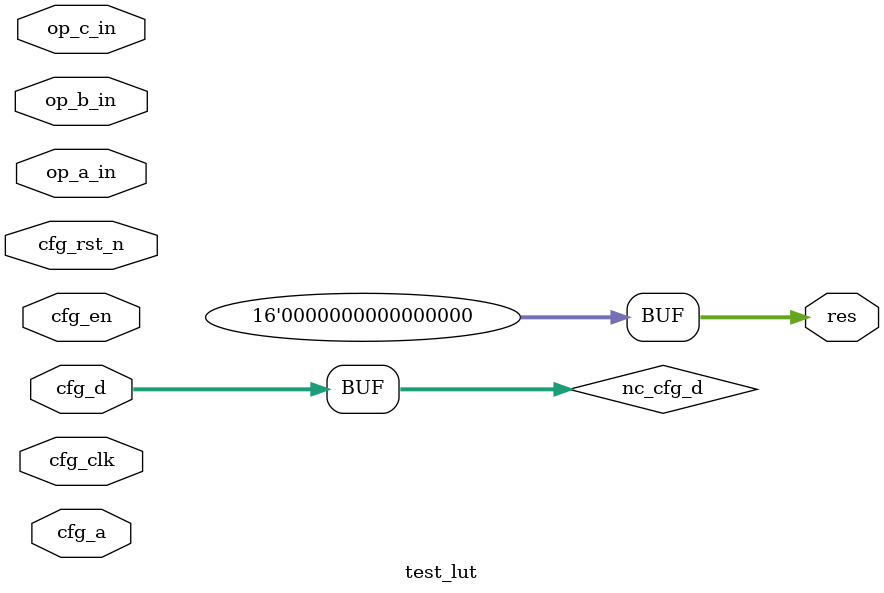
<source format=sv>

module  test_lut  #(
  parameter DataWidth = 16
) (
  input                  cfg_clk,
  input                  cfg_rst_n,
  input  [31:0]          cfg_d,
  input  [7:0]           cfg_a,
  input                  cfg_en,

  input  [DataWidth-1:0] op_a_in,
  input  [DataWidth-1:0] op_b_in,

  input               op_c_in,

  output logic [DataWidth-1:0] res
);

genvar ggg;
generate
  for (ggg = 0; ggg < DataWidth; ggg = ggg +1) begin : GEN_LUT

    logic [7:0] lut;

    always_ff @(posedge cfg_clk or negedge cfg_rst_n) begin
      if(~cfg_rst_n) begin
        lut   <= 8'h0;
      end else if(cfg_en && (cfg_a == $unsigned(ggg/4)) ) begin
        lut   <= cfg_d[7: 0];
      end
    end

     assign res[ggg] = 0;
 //lut[{op_c_in, op_b_in[ggg], op_a_in[ggg]}];
  end
endgenerate


logic [31:0] nc_cfg_d;
assign nc_cfg_d = cfg_d;

endmodule





</source>
